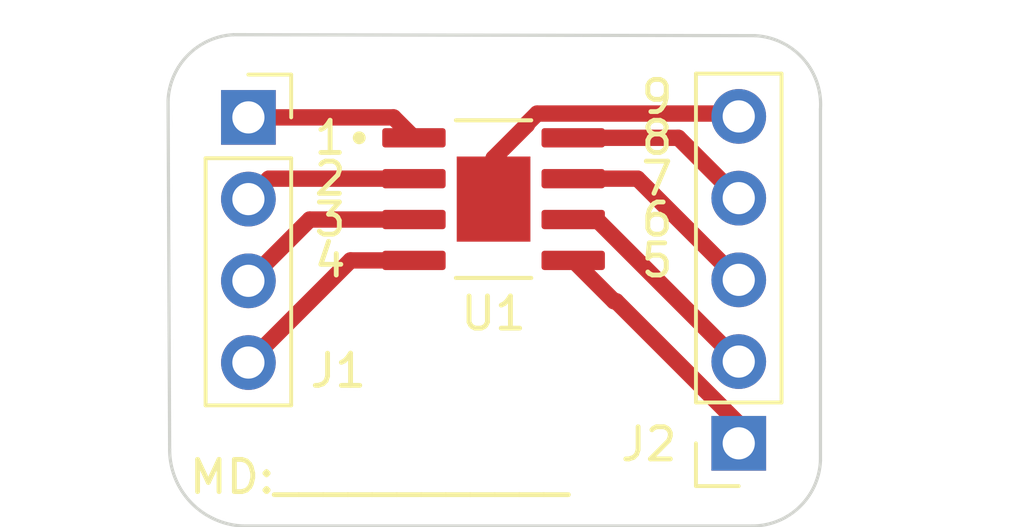
<source format=kicad_pcb>
(kicad_pcb (version 20211014) (generator pcbnew)
  (layers (0 "F.Cu" signal) (31 "B.Cu" signal) (34 "B.Paste" user) (35 "F.Paste" user) (36 "B.SilkS" user "B.Silkscreen") (37 "F.SilkS" user "F.Silkscreen") (38 "B.Mask" user) (39 "F.Mask" user) (44 "Edge.Cuts" user))
  (net 0 "")
  (net 1 "Net-(J1-Pad1)")
  (net 2 "Net-(J1-Pad2)")
  (net 3 "Net-(J1-Pad3)")
  (net 4 "Net-(J1-Pad4)")
  (net 5 "Net-(J2-Pad1)")
  (net 6 "Net-(J2-Pad2)")
  (net 7 "Net-(J2-Pad3)")
  (net 8 "Net-(J2-Pad4)")
  (net 9 "Net-(J2-Pad5)")
  (footprint "Connector_PinSocket_2.54mm:PinSocket_1x05_P2.54mm_Vertical" (layer "F.Cu") (at 165.1 101.57 180)
    (fp_text reference "J2" (at 2.794 -0.03) (layer "F.SilkS"))
    (fp_text value "Conn_01x05_Female")
    (fp_line (start 0 -1.33) (end 1.33 -1.33) (layer "F.SilkS") (width 0.12))
    (fp_line (start -1.33 1.27) (end -1.33 11.49) (layer "F.SilkS") (width 0.12))
    (fp_line (start -1.33 11.49) (end 1.33 11.49) (layer "F.SilkS") (width 0.12))
    (fp_line (start 1.33 -1.33) (end 1.33 0) (layer "F.SilkS") (width 0.12))
    (fp_line (start -1.33 1.27) (end 1.33 1.27) (layer "F.SilkS") (width 0.12))
    (fp_line (start 1.33 1.27) (end 1.33 11.49) (layer "F.SilkS") (width 0.12))
    (pad "1" thru_hole rect (at 0 0 180) (size 1.7 1.7) (drill 1) (layers *.Cu *.Mask) (net 5 "Net-(J2-Pad1)"))
    (pad "2" thru_hole oval (at 0 2.54 180) (size 1.7 1.7) (drill 1) (layers *.Cu *.Mask) (net 6 "Net-(J2-Pad2)"))
    (pad "3" thru_hole oval (at 0 5.08 180) (size 1.7 1.7) (drill 1) (layers *.Cu *.Mask) (net 7 "Net-(J2-Pad3)"))
    (pad "4" thru_hole oval (at 0 7.62 180) (size 1.7 1.7) (drill 1) (layers *.Cu *.Mask) (net 8 "Net-(J2-Pad4)"))
    (pad "5" thru_hole oval (at 0 10.16 180) (size 1.7 1.7) (drill 1) (layers *.Cu *.Mask) (net 9 "Net-(J2-Pad5)"))
  )
  (footprint "Connector_PinSocket_2.54mm:PinSocket_1x04_P2.54mm_Vertical" (layer "F.Cu") (at 149.86 91.44)
    (fp_text reference "J1" (at 2.794 7.874) (layer "F.SilkS"))
    (fp_text value "Conn_01x04_Female")
    (fp_line (start 1.33 1.27) (end 1.33 8.95) (layer "F.SilkS") (width 0.12))
    (fp_line (start -1.33 1.27) (end -1.33 8.95) (layer "F.SilkS") (width 0.12))
    (fp_line (start -1.33 8.95) (end 1.33 8.95) (layer "F.SilkS") (width 0.12))
    (fp_line (start -1.33 1.27) (end 1.33 1.27) (layer "F.SilkS") (width 0.12))
    (fp_line (start 1.33 -1.33) (end 1.33 0) (layer "F.SilkS") (width 0.12))
    (fp_line (start 0 -1.33) (end 1.33 -1.33) (layer "F.SilkS") (width 0.12))
    (pad "1" thru_hole rect (at 0 0) (size 1.7 1.7) (drill 1) (layers *.Cu *.Mask) (net 1 "Net-(J1-Pad1)"))
    (pad "2" thru_hole oval (at 0 2.54) (size 1.7 1.7) (drill 1) (layers *.Cu *.Mask) (net 2 "Net-(J1-Pad2)"))
    (pad "3" thru_hole oval (at 0 5.08) (size 1.7 1.7) (drill 1) (layers *.Cu *.Mask) (net 3 "Net-(J1-Pad3)"))
    (pad "4" thru_hole oval (at 0 7.62) (size 1.7 1.7) (drill 1) (layers *.Cu *.Mask) (net 4 "Net-(J1-Pad4)"))
  )
  (footprint "qset-footprints:SOIC127P600X175-9N" (layer "F.Cu") (at 157.48 93.98)
    (fp_text reference "U1" (at 0 3.556) (layer "F.SilkS"))
    (fp_text value "ADP7158ARDZ-3.3-R7")
    (fp_line (start -1.17 2.45) (end 1.17 2.45) (layer "F.SilkS") (width 0.127))
    (fp_line (start -1.17 -2.45) (end 1.17 -2.45) (layer "F.SilkS") (width 0.127))
    (fp_circle (center -4.175 -1.905) (end -4.075 -1.905) (layer "F.SilkS") (width 0.2) (fill none))
    (pad "1" smd roundrect locked (at -2.475 -1.905) (size 1.97 0.6) (layers "F.Cu" "F.Paste" "F.Mask") (roundrect_rratio 0.15) (net 1 "Net-(J1-Pad1)"))
    (pad "2" smd roundrect locked (at -2.475 -0.635) (size 1.97 0.6) (layers "F.Cu" "F.Paste" "F.Mask") (roundrect_rratio 0.15) (net 2 "Net-(J1-Pad2)"))
    (pad "3" smd roundrect locked (at -2.475 0.635) (size 1.97 0.6) (layers "F.Cu" "F.Paste" "F.Mask") (roundrect_rratio 0.15) (net 3 "Net-(J1-Pad3)"))
    (pad "4" smd roundrect locked (at -2.475 1.905) (size 1.97 0.6) (layers "F.Cu" "F.Paste" "F.Mask") (roundrect_rratio 0.15) (net 4 "Net-(J1-Pad4)"))
    (pad "5" smd roundrect locked (at 2.475 1.905) (size 1.97 0.6) (layers "F.Cu" "F.Paste" "F.Mask") (roundrect_rratio 0.15) (net 5 "Net-(J2-Pad1)"))
    (pad "6" smd roundrect locked (at 2.475 0.635) (size 1.97 0.6) (layers "F.Cu" "F.Paste" "F.Mask") (roundrect_rratio 0.15) (net 6 "Net-(J2-Pad2)"))
    (pad "7" smd roundrect locked (at 2.475 -0.635) (size 1.97 0.6) (layers "F.Cu" "F.Paste" "F.Mask") (roundrect_rratio 0.15) (net 7 "Net-(J2-Pad3)"))
    (pad "8" smd roundrect locked (at 2.475 -1.905) (size 1.97 0.6) (layers "F.Cu" "F.Paste" "F.Mask") (roundrect_rratio 0.15) (net 8 "Net-(J2-Pad4)"))
    (pad "9" smd rect locked (at 0 0) (size 2.29 2.646) (layers "F.Cu" "F.Paste" "F.Mask") (net 9 "Net-(J2-Pad5)"))
  )
  (gr_line (start 167.64 102.108) (end 167.64 91.186) (layer "Edge.Cuts") (width 0.1))
  (gr_arc (start 167.64 102.108) (mid 166.985443 103.550213) (end 165.515554 104.14) (layer "Edge.Cuts") (width 0.1))
  (gr_arc (start 149.698446 104.14) (mid 148.076596 103.411015) (end 147.412446 101.761554) (layer "Edge.Cuts") (width 0.1))
  (gr_arc (start 165.608 88.9) (mid 167.102319 89.617827) (end 167.64 91.186) (layer "Edge.Cuts") (width 0.1))
  (gr_line (start 165.515554 104.14) (end 149.698446 104.14) (layer "Edge.Cuts") (width 0.1))
  (gr_line (start 165.608 88.9) (end 149.396173 88.870319) (layer "Edge.Cuts") (width 0.1))
  (gr_arc (start 147.364173 90.902319) (mid 147.989659 89.495805) (end 149.396173 88.870319) (layer "Edge.Cuts") (width 0.1))
  (gr_line (start 147.364173 90.902319) (end 147.412446 101.761554) (layer "Edge.Cuts") (width 0.1))
  (gr_text "6" (at 162.56 94.615) (layer "F.SilkS") (effects (font (size 1 1))))
  (gr_text "8" (at 162.56 92.075) (layer "F.SilkS") (effects (font (size 1 1))))
  (gr_text "3" (at 152.4 94.615) (layer "F.SilkS") (effects (font (size 1 1))))
  (gr_text "2" (at 152.4 93.345) (layer "F.SilkS") (effects (font (size 1 1))))
  (gr_text "4" (at 152.4 95.885) (layer "F.SilkS") (effects (font (size 1 1))))
  (gr_text "1" (at 152.4 92.075) (layer "F.SilkS") (effects (font (size 1 1))))
  (gr_text "5" (at 162.56 95.885) (layer "F.SilkS") (effects (font (size 1 1))))
  (gr_text "7" (at 162.56 93.345) (layer "F.SilkS") (effects (font (size 1 1))))
  (gr_text "MD:____________" (at 153.924 102.616) (layer "F.SilkS") (effects (font (size 1 1))))
  (gr_text "9" (at 162.56 90.805) (layer "F.SilkS") (effects (font (size 1 1))))
  (segment (start 149.86 91.44) (end 154.37 91.44) (width 0.508) (layer "F.Cu") (net 1))
  (segment (start 154.37 91.44) (end 155.005 92.075) (width 0.508) (layer "F.Cu") (net 1))
  (segment (start 150.495 93.345) (end 155.005 93.345) (width 0.508) (layer "F.Cu") (net 2))
  (segment (start 149.86 93.98) (end 150.495 93.345) (width 0.508) (layer "F.Cu") (net 2))
  (segment (start 149.86 96.52) (end 151.765 94.615) (width 0.508) (layer "F.Cu") (net 3))
  (segment (start 151.765 94.615) (end 155.005 94.615) (width 0.508) (layer "F.Cu") (net 3))
  (segment (start 153.035 95.885) (end 155.005 95.885) (width 0.508) (layer "F.Cu") (net 4))
  (segment (start 149.86 99.06) (end 153.035 95.885) (width 0.508) (layer "F.Cu") (net 4))
  (segment (start 165.1 100.965) (end 165.1 101.57) (width 0.508) (layer "F.Cu") (net 5))
  (segment (start 161.29 97.155) (end 165.1 100.965) (width 0.508) (layer "F.Cu") (net 5))
  (segment (start 161.225 97.155) (end 161.29 97.155) (width 0.508) (layer "F.Cu") (net 5))
  (segment (start 159.955 95.885) (end 161.225 97.155) (width 0.508) (layer "F.Cu") (net 5))
  (segment (start 159.955 94.615) (end 160.685 94.615) (width 0.508) (layer "F.Cu") (net 6))
  (segment (start 160.685 94.615) (end 165.1 99.03) (width 0.508) (layer "F.Cu") (net 6))
  (segment (start 161.955 93.345) (end 165.1 96.49) (width 0.508) (layer "F.Cu") (net 7))
  (segment (start 159.955 93.345) (end 161.955 93.345) (width 0.508) (layer "F.Cu") (net 7))
  (segment (start 159.955 92.075) (end 163.225 92.075) (width 0.508) (layer "F.Cu") (net 8))
  (segment (start 163.225 92.075) (end 165.1 93.95) (width 0.508) (layer "F.Cu") (net 8))
  (segment (start 158.834668 91.321) (end 165.011 91.321) (width 0.508) (layer "F.Cu") (net 9))
  (segment (start 165.011 91.321) (end 165.1 91.41) (width 0.508) (layer "F.Cu") (net 9))
  (segment (start 157.48 93.98) (end 157.48 92.71) (width 0.508) (layer "F.Cu") (net 9))
  (segment (start 158.516 91.674) (end 158.516 91.639668) (width 0.508) (layer "F.Cu") (net 9))
  (segment (start 157.48 92.71) (end 158.516 91.674) (width 0.508) (layer "F.Cu") (net 9))
  (segment (start 158.516 91.639668) (end 158.834668 91.321) (width 0.508) (layer "F.Cu") (net 9))
)
</source>
